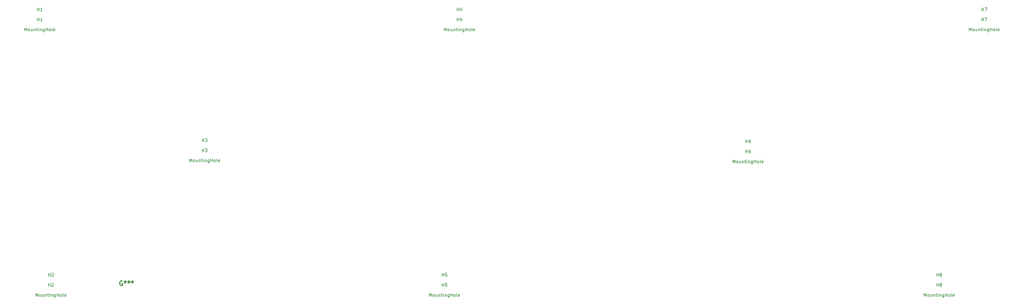
<source format=gbr>
%TF.GenerationSoftware,KiCad,Pcbnew,7.0.11*%
%TF.CreationDate,2024-04-25T10:03:52+05:30*%
%TF.ProjectId,Lexicon 69,4c657869-636f-46e2-9036-392e6b696361,rev?*%
%TF.SameCoordinates,Original*%
%TF.FileFunction,AssemblyDrawing,Top*%
%FSLAX46Y46*%
G04 Gerber Fmt 4.6, Leading zero omitted, Abs format (unit mm)*
G04 Created by KiCad (PCBNEW 7.0.11) date 2024-04-25 10:03:52*
%MOMM*%
%LPD*%
G01*
G04 APERTURE LIST*
%ADD10C,0.150000*%
%ADD11C,0.300000*%
G04 APERTURE END LIST*
D10*
X194500595Y-157989194D02*
X194500595Y-156989194D01*
X194500595Y-157465384D02*
X195072023Y-157465384D01*
X195072023Y-157989194D02*
X195072023Y-156989194D01*
X196024404Y-156989194D02*
X195548214Y-156989194D01*
X195548214Y-156989194D02*
X195500595Y-157465384D01*
X195500595Y-157465384D02*
X195548214Y-157417765D01*
X195548214Y-157417765D02*
X195643452Y-157370146D01*
X195643452Y-157370146D02*
X195881547Y-157370146D01*
X195881547Y-157370146D02*
X195976785Y-157417765D01*
X195976785Y-157417765D02*
X196024404Y-157465384D01*
X196024404Y-157465384D02*
X196072023Y-157560622D01*
X196072023Y-157560622D02*
X196072023Y-157798717D01*
X196072023Y-157798717D02*
X196024404Y-157893955D01*
X196024404Y-157893955D02*
X195976785Y-157941575D01*
X195976785Y-157941575D02*
X195881547Y-157989194D01*
X195881547Y-157989194D02*
X195643452Y-157989194D01*
X195643452Y-157989194D02*
X195548214Y-157941575D01*
X195548214Y-157941575D02*
X195500595Y-157893955D01*
X190476785Y-164389194D02*
X190476785Y-163389194D01*
X190476785Y-163389194D02*
X190810118Y-164103479D01*
X190810118Y-164103479D02*
X191143451Y-163389194D01*
X191143451Y-163389194D02*
X191143451Y-164389194D01*
X191762499Y-164389194D02*
X191667261Y-164341575D01*
X191667261Y-164341575D02*
X191619642Y-164293955D01*
X191619642Y-164293955D02*
X191572023Y-164198717D01*
X191572023Y-164198717D02*
X191572023Y-163913003D01*
X191572023Y-163913003D02*
X191619642Y-163817765D01*
X191619642Y-163817765D02*
X191667261Y-163770146D01*
X191667261Y-163770146D02*
X191762499Y-163722527D01*
X191762499Y-163722527D02*
X191905356Y-163722527D01*
X191905356Y-163722527D02*
X192000594Y-163770146D01*
X192000594Y-163770146D02*
X192048213Y-163817765D01*
X192048213Y-163817765D02*
X192095832Y-163913003D01*
X192095832Y-163913003D02*
X192095832Y-164198717D01*
X192095832Y-164198717D02*
X192048213Y-164293955D01*
X192048213Y-164293955D02*
X192000594Y-164341575D01*
X192000594Y-164341575D02*
X191905356Y-164389194D01*
X191905356Y-164389194D02*
X191762499Y-164389194D01*
X192952975Y-163722527D02*
X192952975Y-164389194D01*
X192524404Y-163722527D02*
X192524404Y-164246336D01*
X192524404Y-164246336D02*
X192572023Y-164341575D01*
X192572023Y-164341575D02*
X192667261Y-164389194D01*
X192667261Y-164389194D02*
X192810118Y-164389194D01*
X192810118Y-164389194D02*
X192905356Y-164341575D01*
X192905356Y-164341575D02*
X192952975Y-164293955D01*
X193429166Y-163722527D02*
X193429166Y-164389194D01*
X193429166Y-163817765D02*
X193476785Y-163770146D01*
X193476785Y-163770146D02*
X193572023Y-163722527D01*
X193572023Y-163722527D02*
X193714880Y-163722527D01*
X193714880Y-163722527D02*
X193810118Y-163770146D01*
X193810118Y-163770146D02*
X193857737Y-163865384D01*
X193857737Y-163865384D02*
X193857737Y-164389194D01*
X194191071Y-163722527D02*
X194572023Y-163722527D01*
X194333928Y-163389194D02*
X194333928Y-164246336D01*
X194333928Y-164246336D02*
X194381547Y-164341575D01*
X194381547Y-164341575D02*
X194476785Y-164389194D01*
X194476785Y-164389194D02*
X194572023Y-164389194D01*
X194905357Y-164389194D02*
X194905357Y-163722527D01*
X194905357Y-163389194D02*
X194857738Y-163436813D01*
X194857738Y-163436813D02*
X194905357Y-163484432D01*
X194905357Y-163484432D02*
X194952976Y-163436813D01*
X194952976Y-163436813D02*
X194905357Y-163389194D01*
X194905357Y-163389194D02*
X194905357Y-163484432D01*
X195381547Y-163722527D02*
X195381547Y-164389194D01*
X195381547Y-163817765D02*
X195429166Y-163770146D01*
X195429166Y-163770146D02*
X195524404Y-163722527D01*
X195524404Y-163722527D02*
X195667261Y-163722527D01*
X195667261Y-163722527D02*
X195762499Y-163770146D01*
X195762499Y-163770146D02*
X195810118Y-163865384D01*
X195810118Y-163865384D02*
X195810118Y-164389194D01*
X196714880Y-163722527D02*
X196714880Y-164532051D01*
X196714880Y-164532051D02*
X196667261Y-164627289D01*
X196667261Y-164627289D02*
X196619642Y-164674908D01*
X196619642Y-164674908D02*
X196524404Y-164722527D01*
X196524404Y-164722527D02*
X196381547Y-164722527D01*
X196381547Y-164722527D02*
X196286309Y-164674908D01*
X196714880Y-164341575D02*
X196619642Y-164389194D01*
X196619642Y-164389194D02*
X196429166Y-164389194D01*
X196429166Y-164389194D02*
X196333928Y-164341575D01*
X196333928Y-164341575D02*
X196286309Y-164293955D01*
X196286309Y-164293955D02*
X196238690Y-164198717D01*
X196238690Y-164198717D02*
X196238690Y-163913003D01*
X196238690Y-163913003D02*
X196286309Y-163817765D01*
X196286309Y-163817765D02*
X196333928Y-163770146D01*
X196333928Y-163770146D02*
X196429166Y-163722527D01*
X196429166Y-163722527D02*
X196619642Y-163722527D01*
X196619642Y-163722527D02*
X196714880Y-163770146D01*
X197191071Y-164389194D02*
X197191071Y-163389194D01*
X197191071Y-163865384D02*
X197762499Y-163865384D01*
X197762499Y-164389194D02*
X197762499Y-163389194D01*
X198381547Y-164389194D02*
X198286309Y-164341575D01*
X198286309Y-164341575D02*
X198238690Y-164293955D01*
X198238690Y-164293955D02*
X198191071Y-164198717D01*
X198191071Y-164198717D02*
X198191071Y-163913003D01*
X198191071Y-163913003D02*
X198238690Y-163817765D01*
X198238690Y-163817765D02*
X198286309Y-163770146D01*
X198286309Y-163770146D02*
X198381547Y-163722527D01*
X198381547Y-163722527D02*
X198524404Y-163722527D01*
X198524404Y-163722527D02*
X198619642Y-163770146D01*
X198619642Y-163770146D02*
X198667261Y-163817765D01*
X198667261Y-163817765D02*
X198714880Y-163913003D01*
X198714880Y-163913003D02*
X198714880Y-164198717D01*
X198714880Y-164198717D02*
X198667261Y-164293955D01*
X198667261Y-164293955D02*
X198619642Y-164341575D01*
X198619642Y-164341575D02*
X198524404Y-164389194D01*
X198524404Y-164389194D02*
X198381547Y-164389194D01*
X199286309Y-164389194D02*
X199191071Y-164341575D01*
X199191071Y-164341575D02*
X199143452Y-164246336D01*
X199143452Y-164246336D02*
X199143452Y-163389194D01*
X200048214Y-164341575D02*
X199952976Y-164389194D01*
X199952976Y-164389194D02*
X199762500Y-164389194D01*
X199762500Y-164389194D02*
X199667262Y-164341575D01*
X199667262Y-164341575D02*
X199619643Y-164246336D01*
X199619643Y-164246336D02*
X199619643Y-163865384D01*
X199619643Y-163865384D02*
X199667262Y-163770146D01*
X199667262Y-163770146D02*
X199762500Y-163722527D01*
X199762500Y-163722527D02*
X199952976Y-163722527D01*
X199952976Y-163722527D02*
X200048214Y-163770146D01*
X200048214Y-163770146D02*
X200095833Y-163865384D01*
X200095833Y-163865384D02*
X200095833Y-163960622D01*
X200095833Y-163960622D02*
X199619643Y-164055860D01*
X194500595Y-161189194D02*
X194500595Y-160189194D01*
X194500595Y-160665384D02*
X195072023Y-160665384D01*
X195072023Y-161189194D02*
X195072023Y-160189194D01*
X196024404Y-160189194D02*
X195548214Y-160189194D01*
X195548214Y-160189194D02*
X195500595Y-160665384D01*
X195500595Y-160665384D02*
X195548214Y-160617765D01*
X195548214Y-160617765D02*
X195643452Y-160570146D01*
X195643452Y-160570146D02*
X195881547Y-160570146D01*
X195881547Y-160570146D02*
X195976785Y-160617765D01*
X195976785Y-160617765D02*
X196024404Y-160665384D01*
X196024404Y-160665384D02*
X196072023Y-160760622D01*
X196072023Y-160760622D02*
X196072023Y-160998717D01*
X196072023Y-160998717D02*
X196024404Y-161093955D01*
X196024404Y-161093955D02*
X195976785Y-161141575D01*
X195976785Y-161141575D02*
X195881547Y-161189194D01*
X195881547Y-161189194D02*
X195643452Y-161189194D01*
X195643452Y-161189194D02*
X195548214Y-161141575D01*
X195548214Y-161141575D02*
X195500595Y-161093955D01*
X365950595Y-73454819D02*
X365950595Y-72454819D01*
X365950595Y-72931009D02*
X366522023Y-72931009D01*
X366522023Y-73454819D02*
X366522023Y-72454819D01*
X366902976Y-72454819D02*
X367569642Y-72454819D01*
X367569642Y-72454819D02*
X367141071Y-73454819D01*
X361926785Y-79854819D02*
X361926785Y-78854819D01*
X361926785Y-78854819D02*
X362260118Y-79569104D01*
X362260118Y-79569104D02*
X362593451Y-78854819D01*
X362593451Y-78854819D02*
X362593451Y-79854819D01*
X363212499Y-79854819D02*
X363117261Y-79807200D01*
X363117261Y-79807200D02*
X363069642Y-79759580D01*
X363069642Y-79759580D02*
X363022023Y-79664342D01*
X363022023Y-79664342D02*
X363022023Y-79378628D01*
X363022023Y-79378628D02*
X363069642Y-79283390D01*
X363069642Y-79283390D02*
X363117261Y-79235771D01*
X363117261Y-79235771D02*
X363212499Y-79188152D01*
X363212499Y-79188152D02*
X363355356Y-79188152D01*
X363355356Y-79188152D02*
X363450594Y-79235771D01*
X363450594Y-79235771D02*
X363498213Y-79283390D01*
X363498213Y-79283390D02*
X363545832Y-79378628D01*
X363545832Y-79378628D02*
X363545832Y-79664342D01*
X363545832Y-79664342D02*
X363498213Y-79759580D01*
X363498213Y-79759580D02*
X363450594Y-79807200D01*
X363450594Y-79807200D02*
X363355356Y-79854819D01*
X363355356Y-79854819D02*
X363212499Y-79854819D01*
X364402975Y-79188152D02*
X364402975Y-79854819D01*
X363974404Y-79188152D02*
X363974404Y-79711961D01*
X363974404Y-79711961D02*
X364022023Y-79807200D01*
X364022023Y-79807200D02*
X364117261Y-79854819D01*
X364117261Y-79854819D02*
X364260118Y-79854819D01*
X364260118Y-79854819D02*
X364355356Y-79807200D01*
X364355356Y-79807200D02*
X364402975Y-79759580D01*
X364879166Y-79188152D02*
X364879166Y-79854819D01*
X364879166Y-79283390D02*
X364926785Y-79235771D01*
X364926785Y-79235771D02*
X365022023Y-79188152D01*
X365022023Y-79188152D02*
X365164880Y-79188152D01*
X365164880Y-79188152D02*
X365260118Y-79235771D01*
X365260118Y-79235771D02*
X365307737Y-79331009D01*
X365307737Y-79331009D02*
X365307737Y-79854819D01*
X365641071Y-79188152D02*
X366022023Y-79188152D01*
X365783928Y-78854819D02*
X365783928Y-79711961D01*
X365783928Y-79711961D02*
X365831547Y-79807200D01*
X365831547Y-79807200D02*
X365926785Y-79854819D01*
X365926785Y-79854819D02*
X366022023Y-79854819D01*
X366355357Y-79854819D02*
X366355357Y-79188152D01*
X366355357Y-78854819D02*
X366307738Y-78902438D01*
X366307738Y-78902438D02*
X366355357Y-78950057D01*
X366355357Y-78950057D02*
X366402976Y-78902438D01*
X366402976Y-78902438D02*
X366355357Y-78854819D01*
X366355357Y-78854819D02*
X366355357Y-78950057D01*
X366831547Y-79188152D02*
X366831547Y-79854819D01*
X366831547Y-79283390D02*
X366879166Y-79235771D01*
X366879166Y-79235771D02*
X366974404Y-79188152D01*
X366974404Y-79188152D02*
X367117261Y-79188152D01*
X367117261Y-79188152D02*
X367212499Y-79235771D01*
X367212499Y-79235771D02*
X367260118Y-79331009D01*
X367260118Y-79331009D02*
X367260118Y-79854819D01*
X368164880Y-79188152D02*
X368164880Y-79997676D01*
X368164880Y-79997676D02*
X368117261Y-80092914D01*
X368117261Y-80092914D02*
X368069642Y-80140533D01*
X368069642Y-80140533D02*
X367974404Y-80188152D01*
X367974404Y-80188152D02*
X367831547Y-80188152D01*
X367831547Y-80188152D02*
X367736309Y-80140533D01*
X368164880Y-79807200D02*
X368069642Y-79854819D01*
X368069642Y-79854819D02*
X367879166Y-79854819D01*
X367879166Y-79854819D02*
X367783928Y-79807200D01*
X367783928Y-79807200D02*
X367736309Y-79759580D01*
X367736309Y-79759580D02*
X367688690Y-79664342D01*
X367688690Y-79664342D02*
X367688690Y-79378628D01*
X367688690Y-79378628D02*
X367736309Y-79283390D01*
X367736309Y-79283390D02*
X367783928Y-79235771D01*
X367783928Y-79235771D02*
X367879166Y-79188152D01*
X367879166Y-79188152D02*
X368069642Y-79188152D01*
X368069642Y-79188152D02*
X368164880Y-79235771D01*
X368641071Y-79854819D02*
X368641071Y-78854819D01*
X368641071Y-79331009D02*
X369212499Y-79331009D01*
X369212499Y-79854819D02*
X369212499Y-78854819D01*
X369831547Y-79854819D02*
X369736309Y-79807200D01*
X369736309Y-79807200D02*
X369688690Y-79759580D01*
X369688690Y-79759580D02*
X369641071Y-79664342D01*
X369641071Y-79664342D02*
X369641071Y-79378628D01*
X369641071Y-79378628D02*
X369688690Y-79283390D01*
X369688690Y-79283390D02*
X369736309Y-79235771D01*
X369736309Y-79235771D02*
X369831547Y-79188152D01*
X369831547Y-79188152D02*
X369974404Y-79188152D01*
X369974404Y-79188152D02*
X370069642Y-79235771D01*
X370069642Y-79235771D02*
X370117261Y-79283390D01*
X370117261Y-79283390D02*
X370164880Y-79378628D01*
X370164880Y-79378628D02*
X370164880Y-79664342D01*
X370164880Y-79664342D02*
X370117261Y-79759580D01*
X370117261Y-79759580D02*
X370069642Y-79807200D01*
X370069642Y-79807200D02*
X369974404Y-79854819D01*
X369974404Y-79854819D02*
X369831547Y-79854819D01*
X370736309Y-79854819D02*
X370641071Y-79807200D01*
X370641071Y-79807200D02*
X370593452Y-79711961D01*
X370593452Y-79711961D02*
X370593452Y-78854819D01*
X371498214Y-79807200D02*
X371402976Y-79854819D01*
X371402976Y-79854819D02*
X371212500Y-79854819D01*
X371212500Y-79854819D02*
X371117262Y-79807200D01*
X371117262Y-79807200D02*
X371069643Y-79711961D01*
X371069643Y-79711961D02*
X371069643Y-79331009D01*
X371069643Y-79331009D02*
X371117262Y-79235771D01*
X371117262Y-79235771D02*
X371212500Y-79188152D01*
X371212500Y-79188152D02*
X371402976Y-79188152D01*
X371402976Y-79188152D02*
X371498214Y-79235771D01*
X371498214Y-79235771D02*
X371545833Y-79331009D01*
X371545833Y-79331009D02*
X371545833Y-79426247D01*
X371545833Y-79426247D02*
X371069643Y-79521485D01*
X365950595Y-76654819D02*
X365950595Y-75654819D01*
X365950595Y-76131009D02*
X366522023Y-76131009D01*
X366522023Y-76654819D02*
X366522023Y-75654819D01*
X366902976Y-75654819D02*
X367569642Y-75654819D01*
X367569642Y-75654819D02*
X367141071Y-76654819D01*
X199263095Y-73454819D02*
X199263095Y-72454819D01*
X199263095Y-72931009D02*
X199834523Y-72931009D01*
X199834523Y-73454819D02*
X199834523Y-72454819D01*
X200739285Y-72788152D02*
X200739285Y-73454819D01*
X200501190Y-72407200D02*
X200263095Y-73121485D01*
X200263095Y-73121485D02*
X200882142Y-73121485D01*
X195239285Y-79854819D02*
X195239285Y-78854819D01*
X195239285Y-78854819D02*
X195572618Y-79569104D01*
X195572618Y-79569104D02*
X195905951Y-78854819D01*
X195905951Y-78854819D02*
X195905951Y-79854819D01*
X196524999Y-79854819D02*
X196429761Y-79807200D01*
X196429761Y-79807200D02*
X196382142Y-79759580D01*
X196382142Y-79759580D02*
X196334523Y-79664342D01*
X196334523Y-79664342D02*
X196334523Y-79378628D01*
X196334523Y-79378628D02*
X196382142Y-79283390D01*
X196382142Y-79283390D02*
X196429761Y-79235771D01*
X196429761Y-79235771D02*
X196524999Y-79188152D01*
X196524999Y-79188152D02*
X196667856Y-79188152D01*
X196667856Y-79188152D02*
X196763094Y-79235771D01*
X196763094Y-79235771D02*
X196810713Y-79283390D01*
X196810713Y-79283390D02*
X196858332Y-79378628D01*
X196858332Y-79378628D02*
X196858332Y-79664342D01*
X196858332Y-79664342D02*
X196810713Y-79759580D01*
X196810713Y-79759580D02*
X196763094Y-79807200D01*
X196763094Y-79807200D02*
X196667856Y-79854819D01*
X196667856Y-79854819D02*
X196524999Y-79854819D01*
X197715475Y-79188152D02*
X197715475Y-79854819D01*
X197286904Y-79188152D02*
X197286904Y-79711961D01*
X197286904Y-79711961D02*
X197334523Y-79807200D01*
X197334523Y-79807200D02*
X197429761Y-79854819D01*
X197429761Y-79854819D02*
X197572618Y-79854819D01*
X197572618Y-79854819D02*
X197667856Y-79807200D01*
X197667856Y-79807200D02*
X197715475Y-79759580D01*
X198191666Y-79188152D02*
X198191666Y-79854819D01*
X198191666Y-79283390D02*
X198239285Y-79235771D01*
X198239285Y-79235771D02*
X198334523Y-79188152D01*
X198334523Y-79188152D02*
X198477380Y-79188152D01*
X198477380Y-79188152D02*
X198572618Y-79235771D01*
X198572618Y-79235771D02*
X198620237Y-79331009D01*
X198620237Y-79331009D02*
X198620237Y-79854819D01*
X198953571Y-79188152D02*
X199334523Y-79188152D01*
X199096428Y-78854819D02*
X199096428Y-79711961D01*
X199096428Y-79711961D02*
X199144047Y-79807200D01*
X199144047Y-79807200D02*
X199239285Y-79854819D01*
X199239285Y-79854819D02*
X199334523Y-79854819D01*
X199667857Y-79854819D02*
X199667857Y-79188152D01*
X199667857Y-78854819D02*
X199620238Y-78902438D01*
X199620238Y-78902438D02*
X199667857Y-78950057D01*
X199667857Y-78950057D02*
X199715476Y-78902438D01*
X199715476Y-78902438D02*
X199667857Y-78854819D01*
X199667857Y-78854819D02*
X199667857Y-78950057D01*
X200144047Y-79188152D02*
X200144047Y-79854819D01*
X200144047Y-79283390D02*
X200191666Y-79235771D01*
X200191666Y-79235771D02*
X200286904Y-79188152D01*
X200286904Y-79188152D02*
X200429761Y-79188152D01*
X200429761Y-79188152D02*
X200524999Y-79235771D01*
X200524999Y-79235771D02*
X200572618Y-79331009D01*
X200572618Y-79331009D02*
X200572618Y-79854819D01*
X201477380Y-79188152D02*
X201477380Y-79997676D01*
X201477380Y-79997676D02*
X201429761Y-80092914D01*
X201429761Y-80092914D02*
X201382142Y-80140533D01*
X201382142Y-80140533D02*
X201286904Y-80188152D01*
X201286904Y-80188152D02*
X201144047Y-80188152D01*
X201144047Y-80188152D02*
X201048809Y-80140533D01*
X201477380Y-79807200D02*
X201382142Y-79854819D01*
X201382142Y-79854819D02*
X201191666Y-79854819D01*
X201191666Y-79854819D02*
X201096428Y-79807200D01*
X201096428Y-79807200D02*
X201048809Y-79759580D01*
X201048809Y-79759580D02*
X201001190Y-79664342D01*
X201001190Y-79664342D02*
X201001190Y-79378628D01*
X201001190Y-79378628D02*
X201048809Y-79283390D01*
X201048809Y-79283390D02*
X201096428Y-79235771D01*
X201096428Y-79235771D02*
X201191666Y-79188152D01*
X201191666Y-79188152D02*
X201382142Y-79188152D01*
X201382142Y-79188152D02*
X201477380Y-79235771D01*
X201953571Y-79854819D02*
X201953571Y-78854819D01*
X201953571Y-79331009D02*
X202524999Y-79331009D01*
X202524999Y-79854819D02*
X202524999Y-78854819D01*
X203144047Y-79854819D02*
X203048809Y-79807200D01*
X203048809Y-79807200D02*
X203001190Y-79759580D01*
X203001190Y-79759580D02*
X202953571Y-79664342D01*
X202953571Y-79664342D02*
X202953571Y-79378628D01*
X202953571Y-79378628D02*
X203001190Y-79283390D01*
X203001190Y-79283390D02*
X203048809Y-79235771D01*
X203048809Y-79235771D02*
X203144047Y-79188152D01*
X203144047Y-79188152D02*
X203286904Y-79188152D01*
X203286904Y-79188152D02*
X203382142Y-79235771D01*
X203382142Y-79235771D02*
X203429761Y-79283390D01*
X203429761Y-79283390D02*
X203477380Y-79378628D01*
X203477380Y-79378628D02*
X203477380Y-79664342D01*
X203477380Y-79664342D02*
X203429761Y-79759580D01*
X203429761Y-79759580D02*
X203382142Y-79807200D01*
X203382142Y-79807200D02*
X203286904Y-79854819D01*
X203286904Y-79854819D02*
X203144047Y-79854819D01*
X204048809Y-79854819D02*
X203953571Y-79807200D01*
X203953571Y-79807200D02*
X203905952Y-79711961D01*
X203905952Y-79711961D02*
X203905952Y-78854819D01*
X204810714Y-79807200D02*
X204715476Y-79854819D01*
X204715476Y-79854819D02*
X204525000Y-79854819D01*
X204525000Y-79854819D02*
X204429762Y-79807200D01*
X204429762Y-79807200D02*
X204382143Y-79711961D01*
X204382143Y-79711961D02*
X204382143Y-79331009D01*
X204382143Y-79331009D02*
X204429762Y-79235771D01*
X204429762Y-79235771D02*
X204525000Y-79188152D01*
X204525000Y-79188152D02*
X204715476Y-79188152D01*
X204715476Y-79188152D02*
X204810714Y-79235771D01*
X204810714Y-79235771D02*
X204858333Y-79331009D01*
X204858333Y-79331009D02*
X204858333Y-79426247D01*
X204858333Y-79426247D02*
X204382143Y-79521485D01*
X199263095Y-76654819D02*
X199263095Y-75654819D01*
X199263095Y-76131009D02*
X199834523Y-76131009D01*
X199834523Y-76654819D02*
X199834523Y-75654819D01*
X200739285Y-75988152D02*
X200739285Y-76654819D01*
X200501190Y-75607200D02*
X200263095Y-76321485D01*
X200263095Y-76321485D02*
X200882142Y-76321485D01*
X65913095Y-73454819D02*
X65913095Y-72454819D01*
X65913095Y-72931009D02*
X66484523Y-72931009D01*
X66484523Y-73454819D02*
X66484523Y-72454819D01*
X67484523Y-73454819D02*
X66913095Y-73454819D01*
X67198809Y-73454819D02*
X67198809Y-72454819D01*
X67198809Y-72454819D02*
X67103571Y-72597676D01*
X67103571Y-72597676D02*
X67008333Y-72692914D01*
X67008333Y-72692914D02*
X66913095Y-72740533D01*
X61889285Y-79854819D02*
X61889285Y-78854819D01*
X61889285Y-78854819D02*
X62222618Y-79569104D01*
X62222618Y-79569104D02*
X62555951Y-78854819D01*
X62555951Y-78854819D02*
X62555951Y-79854819D01*
X63174999Y-79854819D02*
X63079761Y-79807200D01*
X63079761Y-79807200D02*
X63032142Y-79759580D01*
X63032142Y-79759580D02*
X62984523Y-79664342D01*
X62984523Y-79664342D02*
X62984523Y-79378628D01*
X62984523Y-79378628D02*
X63032142Y-79283390D01*
X63032142Y-79283390D02*
X63079761Y-79235771D01*
X63079761Y-79235771D02*
X63174999Y-79188152D01*
X63174999Y-79188152D02*
X63317856Y-79188152D01*
X63317856Y-79188152D02*
X63413094Y-79235771D01*
X63413094Y-79235771D02*
X63460713Y-79283390D01*
X63460713Y-79283390D02*
X63508332Y-79378628D01*
X63508332Y-79378628D02*
X63508332Y-79664342D01*
X63508332Y-79664342D02*
X63460713Y-79759580D01*
X63460713Y-79759580D02*
X63413094Y-79807200D01*
X63413094Y-79807200D02*
X63317856Y-79854819D01*
X63317856Y-79854819D02*
X63174999Y-79854819D01*
X64365475Y-79188152D02*
X64365475Y-79854819D01*
X63936904Y-79188152D02*
X63936904Y-79711961D01*
X63936904Y-79711961D02*
X63984523Y-79807200D01*
X63984523Y-79807200D02*
X64079761Y-79854819D01*
X64079761Y-79854819D02*
X64222618Y-79854819D01*
X64222618Y-79854819D02*
X64317856Y-79807200D01*
X64317856Y-79807200D02*
X64365475Y-79759580D01*
X64841666Y-79188152D02*
X64841666Y-79854819D01*
X64841666Y-79283390D02*
X64889285Y-79235771D01*
X64889285Y-79235771D02*
X64984523Y-79188152D01*
X64984523Y-79188152D02*
X65127380Y-79188152D01*
X65127380Y-79188152D02*
X65222618Y-79235771D01*
X65222618Y-79235771D02*
X65270237Y-79331009D01*
X65270237Y-79331009D02*
X65270237Y-79854819D01*
X65603571Y-79188152D02*
X65984523Y-79188152D01*
X65746428Y-78854819D02*
X65746428Y-79711961D01*
X65746428Y-79711961D02*
X65794047Y-79807200D01*
X65794047Y-79807200D02*
X65889285Y-79854819D01*
X65889285Y-79854819D02*
X65984523Y-79854819D01*
X66317857Y-79854819D02*
X66317857Y-79188152D01*
X66317857Y-78854819D02*
X66270238Y-78902438D01*
X66270238Y-78902438D02*
X66317857Y-78950057D01*
X66317857Y-78950057D02*
X66365476Y-78902438D01*
X66365476Y-78902438D02*
X66317857Y-78854819D01*
X66317857Y-78854819D02*
X66317857Y-78950057D01*
X66794047Y-79188152D02*
X66794047Y-79854819D01*
X66794047Y-79283390D02*
X66841666Y-79235771D01*
X66841666Y-79235771D02*
X66936904Y-79188152D01*
X66936904Y-79188152D02*
X67079761Y-79188152D01*
X67079761Y-79188152D02*
X67174999Y-79235771D01*
X67174999Y-79235771D02*
X67222618Y-79331009D01*
X67222618Y-79331009D02*
X67222618Y-79854819D01*
X68127380Y-79188152D02*
X68127380Y-79997676D01*
X68127380Y-79997676D02*
X68079761Y-80092914D01*
X68079761Y-80092914D02*
X68032142Y-80140533D01*
X68032142Y-80140533D02*
X67936904Y-80188152D01*
X67936904Y-80188152D02*
X67794047Y-80188152D01*
X67794047Y-80188152D02*
X67698809Y-80140533D01*
X68127380Y-79807200D02*
X68032142Y-79854819D01*
X68032142Y-79854819D02*
X67841666Y-79854819D01*
X67841666Y-79854819D02*
X67746428Y-79807200D01*
X67746428Y-79807200D02*
X67698809Y-79759580D01*
X67698809Y-79759580D02*
X67651190Y-79664342D01*
X67651190Y-79664342D02*
X67651190Y-79378628D01*
X67651190Y-79378628D02*
X67698809Y-79283390D01*
X67698809Y-79283390D02*
X67746428Y-79235771D01*
X67746428Y-79235771D02*
X67841666Y-79188152D01*
X67841666Y-79188152D02*
X68032142Y-79188152D01*
X68032142Y-79188152D02*
X68127380Y-79235771D01*
X68603571Y-79854819D02*
X68603571Y-78854819D01*
X68603571Y-79331009D02*
X69174999Y-79331009D01*
X69174999Y-79854819D02*
X69174999Y-78854819D01*
X69794047Y-79854819D02*
X69698809Y-79807200D01*
X69698809Y-79807200D02*
X69651190Y-79759580D01*
X69651190Y-79759580D02*
X69603571Y-79664342D01*
X69603571Y-79664342D02*
X69603571Y-79378628D01*
X69603571Y-79378628D02*
X69651190Y-79283390D01*
X69651190Y-79283390D02*
X69698809Y-79235771D01*
X69698809Y-79235771D02*
X69794047Y-79188152D01*
X69794047Y-79188152D02*
X69936904Y-79188152D01*
X69936904Y-79188152D02*
X70032142Y-79235771D01*
X70032142Y-79235771D02*
X70079761Y-79283390D01*
X70079761Y-79283390D02*
X70127380Y-79378628D01*
X70127380Y-79378628D02*
X70127380Y-79664342D01*
X70127380Y-79664342D02*
X70079761Y-79759580D01*
X70079761Y-79759580D02*
X70032142Y-79807200D01*
X70032142Y-79807200D02*
X69936904Y-79854819D01*
X69936904Y-79854819D02*
X69794047Y-79854819D01*
X70698809Y-79854819D02*
X70603571Y-79807200D01*
X70603571Y-79807200D02*
X70555952Y-79711961D01*
X70555952Y-79711961D02*
X70555952Y-78854819D01*
X71460714Y-79807200D02*
X71365476Y-79854819D01*
X71365476Y-79854819D02*
X71175000Y-79854819D01*
X71175000Y-79854819D02*
X71079762Y-79807200D01*
X71079762Y-79807200D02*
X71032143Y-79711961D01*
X71032143Y-79711961D02*
X71032143Y-79331009D01*
X71032143Y-79331009D02*
X71079762Y-79235771D01*
X71079762Y-79235771D02*
X71175000Y-79188152D01*
X71175000Y-79188152D02*
X71365476Y-79188152D01*
X71365476Y-79188152D02*
X71460714Y-79235771D01*
X71460714Y-79235771D02*
X71508333Y-79331009D01*
X71508333Y-79331009D02*
X71508333Y-79426247D01*
X71508333Y-79426247D02*
X71032143Y-79521485D01*
X65913095Y-76654819D02*
X65913095Y-75654819D01*
X65913095Y-76131009D02*
X66484523Y-76131009D01*
X66484523Y-76654819D02*
X66484523Y-75654819D01*
X67484523Y-76654819D02*
X66913095Y-76654819D01*
X67198809Y-76654819D02*
X67198809Y-75654819D01*
X67198809Y-75654819D02*
X67103571Y-75797676D01*
X67103571Y-75797676D02*
X67008333Y-75892914D01*
X67008333Y-75892914D02*
X66913095Y-75940533D01*
X69484970Y-157989194D02*
X69484970Y-156989194D01*
X69484970Y-157465384D02*
X70056398Y-157465384D01*
X70056398Y-157989194D02*
X70056398Y-156989194D01*
X70484970Y-157084432D02*
X70532589Y-157036813D01*
X70532589Y-157036813D02*
X70627827Y-156989194D01*
X70627827Y-156989194D02*
X70865922Y-156989194D01*
X70865922Y-156989194D02*
X70961160Y-157036813D01*
X70961160Y-157036813D02*
X71008779Y-157084432D01*
X71008779Y-157084432D02*
X71056398Y-157179670D01*
X71056398Y-157179670D02*
X71056398Y-157274908D01*
X71056398Y-157274908D02*
X71008779Y-157417765D01*
X71008779Y-157417765D02*
X70437351Y-157989194D01*
X70437351Y-157989194D02*
X71056398Y-157989194D01*
X65461160Y-164389194D02*
X65461160Y-163389194D01*
X65461160Y-163389194D02*
X65794493Y-164103479D01*
X65794493Y-164103479D02*
X66127826Y-163389194D01*
X66127826Y-163389194D02*
X66127826Y-164389194D01*
X66746874Y-164389194D02*
X66651636Y-164341575D01*
X66651636Y-164341575D02*
X66604017Y-164293955D01*
X66604017Y-164293955D02*
X66556398Y-164198717D01*
X66556398Y-164198717D02*
X66556398Y-163913003D01*
X66556398Y-163913003D02*
X66604017Y-163817765D01*
X66604017Y-163817765D02*
X66651636Y-163770146D01*
X66651636Y-163770146D02*
X66746874Y-163722527D01*
X66746874Y-163722527D02*
X66889731Y-163722527D01*
X66889731Y-163722527D02*
X66984969Y-163770146D01*
X66984969Y-163770146D02*
X67032588Y-163817765D01*
X67032588Y-163817765D02*
X67080207Y-163913003D01*
X67080207Y-163913003D02*
X67080207Y-164198717D01*
X67080207Y-164198717D02*
X67032588Y-164293955D01*
X67032588Y-164293955D02*
X66984969Y-164341575D01*
X66984969Y-164341575D02*
X66889731Y-164389194D01*
X66889731Y-164389194D02*
X66746874Y-164389194D01*
X67937350Y-163722527D02*
X67937350Y-164389194D01*
X67508779Y-163722527D02*
X67508779Y-164246336D01*
X67508779Y-164246336D02*
X67556398Y-164341575D01*
X67556398Y-164341575D02*
X67651636Y-164389194D01*
X67651636Y-164389194D02*
X67794493Y-164389194D01*
X67794493Y-164389194D02*
X67889731Y-164341575D01*
X67889731Y-164341575D02*
X67937350Y-164293955D01*
X68413541Y-163722527D02*
X68413541Y-164389194D01*
X68413541Y-163817765D02*
X68461160Y-163770146D01*
X68461160Y-163770146D02*
X68556398Y-163722527D01*
X68556398Y-163722527D02*
X68699255Y-163722527D01*
X68699255Y-163722527D02*
X68794493Y-163770146D01*
X68794493Y-163770146D02*
X68842112Y-163865384D01*
X68842112Y-163865384D02*
X68842112Y-164389194D01*
X69175446Y-163722527D02*
X69556398Y-163722527D01*
X69318303Y-163389194D02*
X69318303Y-164246336D01*
X69318303Y-164246336D02*
X69365922Y-164341575D01*
X69365922Y-164341575D02*
X69461160Y-164389194D01*
X69461160Y-164389194D02*
X69556398Y-164389194D01*
X69889732Y-164389194D02*
X69889732Y-163722527D01*
X69889732Y-163389194D02*
X69842113Y-163436813D01*
X69842113Y-163436813D02*
X69889732Y-163484432D01*
X69889732Y-163484432D02*
X69937351Y-163436813D01*
X69937351Y-163436813D02*
X69889732Y-163389194D01*
X69889732Y-163389194D02*
X69889732Y-163484432D01*
X70365922Y-163722527D02*
X70365922Y-164389194D01*
X70365922Y-163817765D02*
X70413541Y-163770146D01*
X70413541Y-163770146D02*
X70508779Y-163722527D01*
X70508779Y-163722527D02*
X70651636Y-163722527D01*
X70651636Y-163722527D02*
X70746874Y-163770146D01*
X70746874Y-163770146D02*
X70794493Y-163865384D01*
X70794493Y-163865384D02*
X70794493Y-164389194D01*
X71699255Y-163722527D02*
X71699255Y-164532051D01*
X71699255Y-164532051D02*
X71651636Y-164627289D01*
X71651636Y-164627289D02*
X71604017Y-164674908D01*
X71604017Y-164674908D02*
X71508779Y-164722527D01*
X71508779Y-164722527D02*
X71365922Y-164722527D01*
X71365922Y-164722527D02*
X71270684Y-164674908D01*
X71699255Y-164341575D02*
X71604017Y-164389194D01*
X71604017Y-164389194D02*
X71413541Y-164389194D01*
X71413541Y-164389194D02*
X71318303Y-164341575D01*
X71318303Y-164341575D02*
X71270684Y-164293955D01*
X71270684Y-164293955D02*
X71223065Y-164198717D01*
X71223065Y-164198717D02*
X71223065Y-163913003D01*
X71223065Y-163913003D02*
X71270684Y-163817765D01*
X71270684Y-163817765D02*
X71318303Y-163770146D01*
X71318303Y-163770146D02*
X71413541Y-163722527D01*
X71413541Y-163722527D02*
X71604017Y-163722527D01*
X71604017Y-163722527D02*
X71699255Y-163770146D01*
X72175446Y-164389194D02*
X72175446Y-163389194D01*
X72175446Y-163865384D02*
X72746874Y-163865384D01*
X72746874Y-164389194D02*
X72746874Y-163389194D01*
X73365922Y-164389194D02*
X73270684Y-164341575D01*
X73270684Y-164341575D02*
X73223065Y-164293955D01*
X73223065Y-164293955D02*
X73175446Y-164198717D01*
X73175446Y-164198717D02*
X73175446Y-163913003D01*
X73175446Y-163913003D02*
X73223065Y-163817765D01*
X73223065Y-163817765D02*
X73270684Y-163770146D01*
X73270684Y-163770146D02*
X73365922Y-163722527D01*
X73365922Y-163722527D02*
X73508779Y-163722527D01*
X73508779Y-163722527D02*
X73604017Y-163770146D01*
X73604017Y-163770146D02*
X73651636Y-163817765D01*
X73651636Y-163817765D02*
X73699255Y-163913003D01*
X73699255Y-163913003D02*
X73699255Y-164198717D01*
X73699255Y-164198717D02*
X73651636Y-164293955D01*
X73651636Y-164293955D02*
X73604017Y-164341575D01*
X73604017Y-164341575D02*
X73508779Y-164389194D01*
X73508779Y-164389194D02*
X73365922Y-164389194D01*
X74270684Y-164389194D02*
X74175446Y-164341575D01*
X74175446Y-164341575D02*
X74127827Y-164246336D01*
X74127827Y-164246336D02*
X74127827Y-163389194D01*
X75032589Y-164341575D02*
X74937351Y-164389194D01*
X74937351Y-164389194D02*
X74746875Y-164389194D01*
X74746875Y-164389194D02*
X74651637Y-164341575D01*
X74651637Y-164341575D02*
X74604018Y-164246336D01*
X74604018Y-164246336D02*
X74604018Y-163865384D01*
X74604018Y-163865384D02*
X74651637Y-163770146D01*
X74651637Y-163770146D02*
X74746875Y-163722527D01*
X74746875Y-163722527D02*
X74937351Y-163722527D01*
X74937351Y-163722527D02*
X75032589Y-163770146D01*
X75032589Y-163770146D02*
X75080208Y-163865384D01*
X75080208Y-163865384D02*
X75080208Y-163960622D01*
X75080208Y-163960622D02*
X74604018Y-164055860D01*
X69484970Y-161189194D02*
X69484970Y-160189194D01*
X69484970Y-160665384D02*
X70056398Y-160665384D01*
X70056398Y-161189194D02*
X70056398Y-160189194D01*
X70484970Y-160284432D02*
X70532589Y-160236813D01*
X70532589Y-160236813D02*
X70627827Y-160189194D01*
X70627827Y-160189194D02*
X70865922Y-160189194D01*
X70865922Y-160189194D02*
X70961160Y-160236813D01*
X70961160Y-160236813D02*
X71008779Y-160284432D01*
X71008779Y-160284432D02*
X71056398Y-160379670D01*
X71056398Y-160379670D02*
X71056398Y-160474908D01*
X71056398Y-160474908D02*
X71008779Y-160617765D01*
X71008779Y-160617765D02*
X70437351Y-161189194D01*
X70437351Y-161189194D02*
X71056398Y-161189194D01*
X351663095Y-157989194D02*
X351663095Y-156989194D01*
X351663095Y-157465384D02*
X352234523Y-157465384D01*
X352234523Y-157989194D02*
X352234523Y-156989194D01*
X352853571Y-157417765D02*
X352758333Y-157370146D01*
X352758333Y-157370146D02*
X352710714Y-157322527D01*
X352710714Y-157322527D02*
X352663095Y-157227289D01*
X352663095Y-157227289D02*
X352663095Y-157179670D01*
X352663095Y-157179670D02*
X352710714Y-157084432D01*
X352710714Y-157084432D02*
X352758333Y-157036813D01*
X352758333Y-157036813D02*
X352853571Y-156989194D01*
X352853571Y-156989194D02*
X353044047Y-156989194D01*
X353044047Y-156989194D02*
X353139285Y-157036813D01*
X353139285Y-157036813D02*
X353186904Y-157084432D01*
X353186904Y-157084432D02*
X353234523Y-157179670D01*
X353234523Y-157179670D02*
X353234523Y-157227289D01*
X353234523Y-157227289D02*
X353186904Y-157322527D01*
X353186904Y-157322527D02*
X353139285Y-157370146D01*
X353139285Y-157370146D02*
X353044047Y-157417765D01*
X353044047Y-157417765D02*
X352853571Y-157417765D01*
X352853571Y-157417765D02*
X352758333Y-157465384D01*
X352758333Y-157465384D02*
X352710714Y-157513003D01*
X352710714Y-157513003D02*
X352663095Y-157608241D01*
X352663095Y-157608241D02*
X352663095Y-157798717D01*
X352663095Y-157798717D02*
X352710714Y-157893955D01*
X352710714Y-157893955D02*
X352758333Y-157941575D01*
X352758333Y-157941575D02*
X352853571Y-157989194D01*
X352853571Y-157989194D02*
X353044047Y-157989194D01*
X353044047Y-157989194D02*
X353139285Y-157941575D01*
X353139285Y-157941575D02*
X353186904Y-157893955D01*
X353186904Y-157893955D02*
X353234523Y-157798717D01*
X353234523Y-157798717D02*
X353234523Y-157608241D01*
X353234523Y-157608241D02*
X353186904Y-157513003D01*
X353186904Y-157513003D02*
X353139285Y-157465384D01*
X353139285Y-157465384D02*
X353044047Y-157417765D01*
X347639285Y-164389194D02*
X347639285Y-163389194D01*
X347639285Y-163389194D02*
X347972618Y-164103479D01*
X347972618Y-164103479D02*
X348305951Y-163389194D01*
X348305951Y-163389194D02*
X348305951Y-164389194D01*
X348924999Y-164389194D02*
X348829761Y-164341575D01*
X348829761Y-164341575D02*
X348782142Y-164293955D01*
X348782142Y-164293955D02*
X348734523Y-164198717D01*
X348734523Y-164198717D02*
X348734523Y-163913003D01*
X348734523Y-163913003D02*
X348782142Y-163817765D01*
X348782142Y-163817765D02*
X348829761Y-163770146D01*
X348829761Y-163770146D02*
X348924999Y-163722527D01*
X348924999Y-163722527D02*
X349067856Y-163722527D01*
X349067856Y-163722527D02*
X349163094Y-163770146D01*
X349163094Y-163770146D02*
X349210713Y-163817765D01*
X349210713Y-163817765D02*
X349258332Y-163913003D01*
X349258332Y-163913003D02*
X349258332Y-164198717D01*
X349258332Y-164198717D02*
X349210713Y-164293955D01*
X349210713Y-164293955D02*
X349163094Y-164341575D01*
X349163094Y-164341575D02*
X349067856Y-164389194D01*
X349067856Y-164389194D02*
X348924999Y-164389194D01*
X350115475Y-163722527D02*
X350115475Y-164389194D01*
X349686904Y-163722527D02*
X349686904Y-164246336D01*
X349686904Y-164246336D02*
X349734523Y-164341575D01*
X349734523Y-164341575D02*
X349829761Y-164389194D01*
X349829761Y-164389194D02*
X349972618Y-164389194D01*
X349972618Y-164389194D02*
X350067856Y-164341575D01*
X350067856Y-164341575D02*
X350115475Y-164293955D01*
X350591666Y-163722527D02*
X350591666Y-164389194D01*
X350591666Y-163817765D02*
X350639285Y-163770146D01*
X350639285Y-163770146D02*
X350734523Y-163722527D01*
X350734523Y-163722527D02*
X350877380Y-163722527D01*
X350877380Y-163722527D02*
X350972618Y-163770146D01*
X350972618Y-163770146D02*
X351020237Y-163865384D01*
X351020237Y-163865384D02*
X351020237Y-164389194D01*
X351353571Y-163722527D02*
X351734523Y-163722527D01*
X351496428Y-163389194D02*
X351496428Y-164246336D01*
X351496428Y-164246336D02*
X351544047Y-164341575D01*
X351544047Y-164341575D02*
X351639285Y-164389194D01*
X351639285Y-164389194D02*
X351734523Y-164389194D01*
X352067857Y-164389194D02*
X352067857Y-163722527D01*
X352067857Y-163389194D02*
X352020238Y-163436813D01*
X352020238Y-163436813D02*
X352067857Y-163484432D01*
X352067857Y-163484432D02*
X352115476Y-163436813D01*
X352115476Y-163436813D02*
X352067857Y-163389194D01*
X352067857Y-163389194D02*
X352067857Y-163484432D01*
X352544047Y-163722527D02*
X352544047Y-164389194D01*
X352544047Y-163817765D02*
X352591666Y-163770146D01*
X352591666Y-163770146D02*
X352686904Y-163722527D01*
X352686904Y-163722527D02*
X352829761Y-163722527D01*
X352829761Y-163722527D02*
X352924999Y-163770146D01*
X352924999Y-163770146D02*
X352972618Y-163865384D01*
X352972618Y-163865384D02*
X352972618Y-164389194D01*
X353877380Y-163722527D02*
X353877380Y-164532051D01*
X353877380Y-164532051D02*
X353829761Y-164627289D01*
X353829761Y-164627289D02*
X353782142Y-164674908D01*
X353782142Y-164674908D02*
X353686904Y-164722527D01*
X353686904Y-164722527D02*
X353544047Y-164722527D01*
X353544047Y-164722527D02*
X353448809Y-164674908D01*
X353877380Y-164341575D02*
X353782142Y-164389194D01*
X353782142Y-164389194D02*
X353591666Y-164389194D01*
X353591666Y-164389194D02*
X353496428Y-164341575D01*
X353496428Y-164341575D02*
X353448809Y-164293955D01*
X353448809Y-164293955D02*
X353401190Y-164198717D01*
X353401190Y-164198717D02*
X353401190Y-163913003D01*
X353401190Y-163913003D02*
X353448809Y-163817765D01*
X353448809Y-163817765D02*
X353496428Y-163770146D01*
X353496428Y-163770146D02*
X353591666Y-163722527D01*
X353591666Y-163722527D02*
X353782142Y-163722527D01*
X353782142Y-163722527D02*
X353877380Y-163770146D01*
X354353571Y-164389194D02*
X354353571Y-163389194D01*
X354353571Y-163865384D02*
X354924999Y-163865384D01*
X354924999Y-164389194D02*
X354924999Y-163389194D01*
X355544047Y-164389194D02*
X355448809Y-164341575D01*
X355448809Y-164341575D02*
X355401190Y-164293955D01*
X355401190Y-164293955D02*
X355353571Y-164198717D01*
X355353571Y-164198717D02*
X355353571Y-163913003D01*
X355353571Y-163913003D02*
X355401190Y-163817765D01*
X355401190Y-163817765D02*
X355448809Y-163770146D01*
X355448809Y-163770146D02*
X355544047Y-163722527D01*
X355544047Y-163722527D02*
X355686904Y-163722527D01*
X355686904Y-163722527D02*
X355782142Y-163770146D01*
X355782142Y-163770146D02*
X355829761Y-163817765D01*
X355829761Y-163817765D02*
X355877380Y-163913003D01*
X355877380Y-163913003D02*
X355877380Y-164198717D01*
X355877380Y-164198717D02*
X355829761Y-164293955D01*
X355829761Y-164293955D02*
X355782142Y-164341575D01*
X355782142Y-164341575D02*
X355686904Y-164389194D01*
X355686904Y-164389194D02*
X355544047Y-164389194D01*
X356448809Y-164389194D02*
X356353571Y-164341575D01*
X356353571Y-164341575D02*
X356305952Y-164246336D01*
X356305952Y-164246336D02*
X356305952Y-163389194D01*
X357210714Y-164341575D02*
X357115476Y-164389194D01*
X357115476Y-164389194D02*
X356925000Y-164389194D01*
X356925000Y-164389194D02*
X356829762Y-164341575D01*
X356829762Y-164341575D02*
X356782143Y-164246336D01*
X356782143Y-164246336D02*
X356782143Y-163865384D01*
X356782143Y-163865384D02*
X356829762Y-163770146D01*
X356829762Y-163770146D02*
X356925000Y-163722527D01*
X356925000Y-163722527D02*
X357115476Y-163722527D01*
X357115476Y-163722527D02*
X357210714Y-163770146D01*
X357210714Y-163770146D02*
X357258333Y-163865384D01*
X357258333Y-163865384D02*
X357258333Y-163960622D01*
X357258333Y-163960622D02*
X356782143Y-164055860D01*
X351663095Y-161189194D02*
X351663095Y-160189194D01*
X351663095Y-160665384D02*
X352234523Y-160665384D01*
X352234523Y-161189194D02*
X352234523Y-160189194D01*
X352853571Y-160617765D02*
X352758333Y-160570146D01*
X352758333Y-160570146D02*
X352710714Y-160522527D01*
X352710714Y-160522527D02*
X352663095Y-160427289D01*
X352663095Y-160427289D02*
X352663095Y-160379670D01*
X352663095Y-160379670D02*
X352710714Y-160284432D01*
X352710714Y-160284432D02*
X352758333Y-160236813D01*
X352758333Y-160236813D02*
X352853571Y-160189194D01*
X352853571Y-160189194D02*
X353044047Y-160189194D01*
X353044047Y-160189194D02*
X353139285Y-160236813D01*
X353139285Y-160236813D02*
X353186904Y-160284432D01*
X353186904Y-160284432D02*
X353234523Y-160379670D01*
X353234523Y-160379670D02*
X353234523Y-160427289D01*
X353234523Y-160427289D02*
X353186904Y-160522527D01*
X353186904Y-160522527D02*
X353139285Y-160570146D01*
X353139285Y-160570146D02*
X353044047Y-160617765D01*
X353044047Y-160617765D02*
X352853571Y-160617765D01*
X352853571Y-160617765D02*
X352758333Y-160665384D01*
X352758333Y-160665384D02*
X352710714Y-160713003D01*
X352710714Y-160713003D02*
X352663095Y-160808241D01*
X352663095Y-160808241D02*
X352663095Y-160998717D01*
X352663095Y-160998717D02*
X352710714Y-161093955D01*
X352710714Y-161093955D02*
X352758333Y-161141575D01*
X352758333Y-161141575D02*
X352853571Y-161189194D01*
X352853571Y-161189194D02*
X353044047Y-161189194D01*
X353044047Y-161189194D02*
X353139285Y-161141575D01*
X353139285Y-161141575D02*
X353186904Y-161093955D01*
X353186904Y-161093955D02*
X353234523Y-160998717D01*
X353234523Y-160998717D02*
X353234523Y-160808241D01*
X353234523Y-160808241D02*
X353186904Y-160713003D01*
X353186904Y-160713003D02*
X353139285Y-160665384D01*
X353139285Y-160665384D02*
X353044047Y-160617765D01*
X118300595Y-115126694D02*
X118300595Y-114126694D01*
X118300595Y-114602884D02*
X118872023Y-114602884D01*
X118872023Y-115126694D02*
X118872023Y-114126694D01*
X119252976Y-114126694D02*
X119872023Y-114126694D01*
X119872023Y-114126694D02*
X119538690Y-114507646D01*
X119538690Y-114507646D02*
X119681547Y-114507646D01*
X119681547Y-114507646D02*
X119776785Y-114555265D01*
X119776785Y-114555265D02*
X119824404Y-114602884D01*
X119824404Y-114602884D02*
X119872023Y-114698122D01*
X119872023Y-114698122D02*
X119872023Y-114936217D01*
X119872023Y-114936217D02*
X119824404Y-115031455D01*
X119824404Y-115031455D02*
X119776785Y-115079075D01*
X119776785Y-115079075D02*
X119681547Y-115126694D01*
X119681547Y-115126694D02*
X119395833Y-115126694D01*
X119395833Y-115126694D02*
X119300595Y-115079075D01*
X119300595Y-115079075D02*
X119252976Y-115031455D01*
X114276785Y-121526694D02*
X114276785Y-120526694D01*
X114276785Y-120526694D02*
X114610118Y-121240979D01*
X114610118Y-121240979D02*
X114943451Y-120526694D01*
X114943451Y-120526694D02*
X114943451Y-121526694D01*
X115562499Y-121526694D02*
X115467261Y-121479075D01*
X115467261Y-121479075D02*
X115419642Y-121431455D01*
X115419642Y-121431455D02*
X115372023Y-121336217D01*
X115372023Y-121336217D02*
X115372023Y-121050503D01*
X115372023Y-121050503D02*
X115419642Y-120955265D01*
X115419642Y-120955265D02*
X115467261Y-120907646D01*
X115467261Y-120907646D02*
X115562499Y-120860027D01*
X115562499Y-120860027D02*
X115705356Y-120860027D01*
X115705356Y-120860027D02*
X115800594Y-120907646D01*
X115800594Y-120907646D02*
X115848213Y-120955265D01*
X115848213Y-120955265D02*
X115895832Y-121050503D01*
X115895832Y-121050503D02*
X115895832Y-121336217D01*
X115895832Y-121336217D02*
X115848213Y-121431455D01*
X115848213Y-121431455D02*
X115800594Y-121479075D01*
X115800594Y-121479075D02*
X115705356Y-121526694D01*
X115705356Y-121526694D02*
X115562499Y-121526694D01*
X116752975Y-120860027D02*
X116752975Y-121526694D01*
X116324404Y-120860027D02*
X116324404Y-121383836D01*
X116324404Y-121383836D02*
X116372023Y-121479075D01*
X116372023Y-121479075D02*
X116467261Y-121526694D01*
X116467261Y-121526694D02*
X116610118Y-121526694D01*
X116610118Y-121526694D02*
X116705356Y-121479075D01*
X116705356Y-121479075D02*
X116752975Y-121431455D01*
X117229166Y-120860027D02*
X117229166Y-121526694D01*
X117229166Y-120955265D02*
X117276785Y-120907646D01*
X117276785Y-120907646D02*
X117372023Y-120860027D01*
X117372023Y-120860027D02*
X117514880Y-120860027D01*
X117514880Y-120860027D02*
X117610118Y-120907646D01*
X117610118Y-120907646D02*
X117657737Y-121002884D01*
X117657737Y-121002884D02*
X117657737Y-121526694D01*
X117991071Y-120860027D02*
X118372023Y-120860027D01*
X118133928Y-120526694D02*
X118133928Y-121383836D01*
X118133928Y-121383836D02*
X118181547Y-121479075D01*
X118181547Y-121479075D02*
X118276785Y-121526694D01*
X118276785Y-121526694D02*
X118372023Y-121526694D01*
X118705357Y-121526694D02*
X118705357Y-120860027D01*
X118705357Y-120526694D02*
X118657738Y-120574313D01*
X118657738Y-120574313D02*
X118705357Y-120621932D01*
X118705357Y-120621932D02*
X118752976Y-120574313D01*
X118752976Y-120574313D02*
X118705357Y-120526694D01*
X118705357Y-120526694D02*
X118705357Y-120621932D01*
X119181547Y-120860027D02*
X119181547Y-121526694D01*
X119181547Y-120955265D02*
X119229166Y-120907646D01*
X119229166Y-120907646D02*
X119324404Y-120860027D01*
X119324404Y-120860027D02*
X119467261Y-120860027D01*
X119467261Y-120860027D02*
X119562499Y-120907646D01*
X119562499Y-120907646D02*
X119610118Y-121002884D01*
X119610118Y-121002884D02*
X119610118Y-121526694D01*
X120514880Y-120860027D02*
X120514880Y-121669551D01*
X120514880Y-121669551D02*
X120467261Y-121764789D01*
X120467261Y-121764789D02*
X120419642Y-121812408D01*
X120419642Y-121812408D02*
X120324404Y-121860027D01*
X120324404Y-121860027D02*
X120181547Y-121860027D01*
X120181547Y-121860027D02*
X120086309Y-121812408D01*
X120514880Y-121479075D02*
X120419642Y-121526694D01*
X120419642Y-121526694D02*
X120229166Y-121526694D01*
X120229166Y-121526694D02*
X120133928Y-121479075D01*
X120133928Y-121479075D02*
X120086309Y-121431455D01*
X120086309Y-121431455D02*
X120038690Y-121336217D01*
X120038690Y-121336217D02*
X120038690Y-121050503D01*
X120038690Y-121050503D02*
X120086309Y-120955265D01*
X120086309Y-120955265D02*
X120133928Y-120907646D01*
X120133928Y-120907646D02*
X120229166Y-120860027D01*
X120229166Y-120860027D02*
X120419642Y-120860027D01*
X120419642Y-120860027D02*
X120514880Y-120907646D01*
X120991071Y-121526694D02*
X120991071Y-120526694D01*
X120991071Y-121002884D02*
X121562499Y-121002884D01*
X121562499Y-121526694D02*
X121562499Y-120526694D01*
X122181547Y-121526694D02*
X122086309Y-121479075D01*
X122086309Y-121479075D02*
X122038690Y-121431455D01*
X122038690Y-121431455D02*
X121991071Y-121336217D01*
X121991071Y-121336217D02*
X121991071Y-121050503D01*
X121991071Y-121050503D02*
X122038690Y-120955265D01*
X122038690Y-120955265D02*
X122086309Y-120907646D01*
X122086309Y-120907646D02*
X122181547Y-120860027D01*
X122181547Y-120860027D02*
X122324404Y-120860027D01*
X122324404Y-120860027D02*
X122419642Y-120907646D01*
X122419642Y-120907646D02*
X122467261Y-120955265D01*
X122467261Y-120955265D02*
X122514880Y-121050503D01*
X122514880Y-121050503D02*
X122514880Y-121336217D01*
X122514880Y-121336217D02*
X122467261Y-121431455D01*
X122467261Y-121431455D02*
X122419642Y-121479075D01*
X122419642Y-121479075D02*
X122324404Y-121526694D01*
X122324404Y-121526694D02*
X122181547Y-121526694D01*
X123086309Y-121526694D02*
X122991071Y-121479075D01*
X122991071Y-121479075D02*
X122943452Y-121383836D01*
X122943452Y-121383836D02*
X122943452Y-120526694D01*
X123848214Y-121479075D02*
X123752976Y-121526694D01*
X123752976Y-121526694D02*
X123562500Y-121526694D01*
X123562500Y-121526694D02*
X123467262Y-121479075D01*
X123467262Y-121479075D02*
X123419643Y-121383836D01*
X123419643Y-121383836D02*
X123419643Y-121002884D01*
X123419643Y-121002884D02*
X123467262Y-120907646D01*
X123467262Y-120907646D02*
X123562500Y-120860027D01*
X123562500Y-120860027D02*
X123752976Y-120860027D01*
X123752976Y-120860027D02*
X123848214Y-120907646D01*
X123848214Y-120907646D02*
X123895833Y-121002884D01*
X123895833Y-121002884D02*
X123895833Y-121098122D01*
X123895833Y-121098122D02*
X123419643Y-121193360D01*
X118300595Y-118326694D02*
X118300595Y-117326694D01*
X118300595Y-117802884D02*
X118872023Y-117802884D01*
X118872023Y-118326694D02*
X118872023Y-117326694D01*
X119252976Y-117326694D02*
X119872023Y-117326694D01*
X119872023Y-117326694D02*
X119538690Y-117707646D01*
X119538690Y-117707646D02*
X119681547Y-117707646D01*
X119681547Y-117707646D02*
X119776785Y-117755265D01*
X119776785Y-117755265D02*
X119824404Y-117802884D01*
X119824404Y-117802884D02*
X119872023Y-117898122D01*
X119872023Y-117898122D02*
X119872023Y-118136217D01*
X119872023Y-118136217D02*
X119824404Y-118231455D01*
X119824404Y-118231455D02*
X119776785Y-118279075D01*
X119776785Y-118279075D02*
X119681547Y-118326694D01*
X119681547Y-118326694D02*
X119395833Y-118326694D01*
X119395833Y-118326694D02*
X119300595Y-118279075D01*
X119300595Y-118279075D02*
X119252976Y-118231455D01*
D11*
X92928572Y-159499757D02*
X92785715Y-159428328D01*
X92785715Y-159428328D02*
X92571429Y-159428328D01*
X92571429Y-159428328D02*
X92357143Y-159499757D01*
X92357143Y-159499757D02*
X92214286Y-159642614D01*
X92214286Y-159642614D02*
X92142857Y-159785471D01*
X92142857Y-159785471D02*
X92071429Y-160071185D01*
X92071429Y-160071185D02*
X92071429Y-160285471D01*
X92071429Y-160285471D02*
X92142857Y-160571185D01*
X92142857Y-160571185D02*
X92214286Y-160714042D01*
X92214286Y-160714042D02*
X92357143Y-160856900D01*
X92357143Y-160856900D02*
X92571429Y-160928328D01*
X92571429Y-160928328D02*
X92714286Y-160928328D01*
X92714286Y-160928328D02*
X92928572Y-160856900D01*
X92928572Y-160856900D02*
X93000000Y-160785471D01*
X93000000Y-160785471D02*
X93000000Y-160285471D01*
X93000000Y-160285471D02*
X92714286Y-160285471D01*
X93857143Y-159428328D02*
X93857143Y-159785471D01*
X93500000Y-159642614D02*
X93857143Y-159785471D01*
X93857143Y-159785471D02*
X94214286Y-159642614D01*
X93642857Y-160071185D02*
X93857143Y-159785471D01*
X93857143Y-159785471D02*
X94071429Y-160071185D01*
X95000000Y-159428328D02*
X95000000Y-159785471D01*
X94642857Y-159642614D02*
X95000000Y-159785471D01*
X95000000Y-159785471D02*
X95357143Y-159642614D01*
X94785714Y-160071185D02*
X95000000Y-159785471D01*
X95000000Y-159785471D02*
X95214286Y-160071185D01*
X96142857Y-159428328D02*
X96142857Y-159785471D01*
X95785714Y-159642614D02*
X96142857Y-159785471D01*
X96142857Y-159785471D02*
X96500000Y-159642614D01*
X95928571Y-160071185D02*
X96142857Y-159785471D01*
X96142857Y-159785471D02*
X96357143Y-160071185D01*
D10*
X290941220Y-115504819D02*
X290941220Y-114504819D01*
X290941220Y-114981009D02*
X291512648Y-114981009D01*
X291512648Y-115504819D02*
X291512648Y-114504819D01*
X292417410Y-114504819D02*
X292226934Y-114504819D01*
X292226934Y-114504819D02*
X292131696Y-114552438D01*
X292131696Y-114552438D02*
X292084077Y-114600057D01*
X292084077Y-114600057D02*
X291988839Y-114742914D01*
X291988839Y-114742914D02*
X291941220Y-114933390D01*
X291941220Y-114933390D02*
X291941220Y-115314342D01*
X291941220Y-115314342D02*
X291988839Y-115409580D01*
X291988839Y-115409580D02*
X292036458Y-115457200D01*
X292036458Y-115457200D02*
X292131696Y-115504819D01*
X292131696Y-115504819D02*
X292322172Y-115504819D01*
X292322172Y-115504819D02*
X292417410Y-115457200D01*
X292417410Y-115457200D02*
X292465029Y-115409580D01*
X292465029Y-115409580D02*
X292512648Y-115314342D01*
X292512648Y-115314342D02*
X292512648Y-115076247D01*
X292512648Y-115076247D02*
X292465029Y-114981009D01*
X292465029Y-114981009D02*
X292417410Y-114933390D01*
X292417410Y-114933390D02*
X292322172Y-114885771D01*
X292322172Y-114885771D02*
X292131696Y-114885771D01*
X292131696Y-114885771D02*
X292036458Y-114933390D01*
X292036458Y-114933390D02*
X291988839Y-114981009D01*
X291988839Y-114981009D02*
X291941220Y-115076247D01*
X286917410Y-121904819D02*
X286917410Y-120904819D01*
X286917410Y-120904819D02*
X287250743Y-121619104D01*
X287250743Y-121619104D02*
X287584076Y-120904819D01*
X287584076Y-120904819D02*
X287584076Y-121904819D01*
X288203124Y-121904819D02*
X288107886Y-121857200D01*
X288107886Y-121857200D02*
X288060267Y-121809580D01*
X288060267Y-121809580D02*
X288012648Y-121714342D01*
X288012648Y-121714342D02*
X288012648Y-121428628D01*
X288012648Y-121428628D02*
X288060267Y-121333390D01*
X288060267Y-121333390D02*
X288107886Y-121285771D01*
X288107886Y-121285771D02*
X288203124Y-121238152D01*
X288203124Y-121238152D02*
X288345981Y-121238152D01*
X288345981Y-121238152D02*
X288441219Y-121285771D01*
X288441219Y-121285771D02*
X288488838Y-121333390D01*
X288488838Y-121333390D02*
X288536457Y-121428628D01*
X288536457Y-121428628D02*
X288536457Y-121714342D01*
X288536457Y-121714342D02*
X288488838Y-121809580D01*
X288488838Y-121809580D02*
X288441219Y-121857200D01*
X288441219Y-121857200D02*
X288345981Y-121904819D01*
X288345981Y-121904819D02*
X288203124Y-121904819D01*
X289393600Y-121238152D02*
X289393600Y-121904819D01*
X288965029Y-121238152D02*
X288965029Y-121761961D01*
X288965029Y-121761961D02*
X289012648Y-121857200D01*
X289012648Y-121857200D02*
X289107886Y-121904819D01*
X289107886Y-121904819D02*
X289250743Y-121904819D01*
X289250743Y-121904819D02*
X289345981Y-121857200D01*
X289345981Y-121857200D02*
X289393600Y-121809580D01*
X289869791Y-121238152D02*
X289869791Y-121904819D01*
X289869791Y-121333390D02*
X289917410Y-121285771D01*
X289917410Y-121285771D02*
X290012648Y-121238152D01*
X290012648Y-121238152D02*
X290155505Y-121238152D01*
X290155505Y-121238152D02*
X290250743Y-121285771D01*
X290250743Y-121285771D02*
X290298362Y-121381009D01*
X290298362Y-121381009D02*
X290298362Y-121904819D01*
X290631696Y-121238152D02*
X291012648Y-121238152D01*
X290774553Y-120904819D02*
X290774553Y-121761961D01*
X290774553Y-121761961D02*
X290822172Y-121857200D01*
X290822172Y-121857200D02*
X290917410Y-121904819D01*
X290917410Y-121904819D02*
X291012648Y-121904819D01*
X291345982Y-121904819D02*
X291345982Y-121238152D01*
X291345982Y-120904819D02*
X291298363Y-120952438D01*
X291298363Y-120952438D02*
X291345982Y-121000057D01*
X291345982Y-121000057D02*
X291393601Y-120952438D01*
X291393601Y-120952438D02*
X291345982Y-120904819D01*
X291345982Y-120904819D02*
X291345982Y-121000057D01*
X291822172Y-121238152D02*
X291822172Y-121904819D01*
X291822172Y-121333390D02*
X291869791Y-121285771D01*
X291869791Y-121285771D02*
X291965029Y-121238152D01*
X291965029Y-121238152D02*
X292107886Y-121238152D01*
X292107886Y-121238152D02*
X292203124Y-121285771D01*
X292203124Y-121285771D02*
X292250743Y-121381009D01*
X292250743Y-121381009D02*
X292250743Y-121904819D01*
X293155505Y-121238152D02*
X293155505Y-122047676D01*
X293155505Y-122047676D02*
X293107886Y-122142914D01*
X293107886Y-122142914D02*
X293060267Y-122190533D01*
X293060267Y-122190533D02*
X292965029Y-122238152D01*
X292965029Y-122238152D02*
X292822172Y-122238152D01*
X292822172Y-122238152D02*
X292726934Y-122190533D01*
X293155505Y-121857200D02*
X293060267Y-121904819D01*
X293060267Y-121904819D02*
X292869791Y-121904819D01*
X292869791Y-121904819D02*
X292774553Y-121857200D01*
X292774553Y-121857200D02*
X292726934Y-121809580D01*
X292726934Y-121809580D02*
X292679315Y-121714342D01*
X292679315Y-121714342D02*
X292679315Y-121428628D01*
X292679315Y-121428628D02*
X292726934Y-121333390D01*
X292726934Y-121333390D02*
X292774553Y-121285771D01*
X292774553Y-121285771D02*
X292869791Y-121238152D01*
X292869791Y-121238152D02*
X293060267Y-121238152D01*
X293060267Y-121238152D02*
X293155505Y-121285771D01*
X293631696Y-121904819D02*
X293631696Y-120904819D01*
X293631696Y-121381009D02*
X294203124Y-121381009D01*
X294203124Y-121904819D02*
X294203124Y-120904819D01*
X294822172Y-121904819D02*
X294726934Y-121857200D01*
X294726934Y-121857200D02*
X294679315Y-121809580D01*
X294679315Y-121809580D02*
X294631696Y-121714342D01*
X294631696Y-121714342D02*
X294631696Y-121428628D01*
X294631696Y-121428628D02*
X294679315Y-121333390D01*
X294679315Y-121333390D02*
X294726934Y-121285771D01*
X294726934Y-121285771D02*
X294822172Y-121238152D01*
X294822172Y-121238152D02*
X294965029Y-121238152D01*
X294965029Y-121238152D02*
X295060267Y-121285771D01*
X295060267Y-121285771D02*
X295107886Y-121333390D01*
X295107886Y-121333390D02*
X295155505Y-121428628D01*
X295155505Y-121428628D02*
X295155505Y-121714342D01*
X295155505Y-121714342D02*
X295107886Y-121809580D01*
X295107886Y-121809580D02*
X295060267Y-121857200D01*
X295060267Y-121857200D02*
X294965029Y-121904819D01*
X294965029Y-121904819D02*
X294822172Y-121904819D01*
X295726934Y-121904819D02*
X295631696Y-121857200D01*
X295631696Y-121857200D02*
X295584077Y-121761961D01*
X295584077Y-121761961D02*
X295584077Y-120904819D01*
X296488839Y-121857200D02*
X296393601Y-121904819D01*
X296393601Y-121904819D02*
X296203125Y-121904819D01*
X296203125Y-121904819D02*
X296107887Y-121857200D01*
X296107887Y-121857200D02*
X296060268Y-121761961D01*
X296060268Y-121761961D02*
X296060268Y-121381009D01*
X296060268Y-121381009D02*
X296107887Y-121285771D01*
X296107887Y-121285771D02*
X296203125Y-121238152D01*
X296203125Y-121238152D02*
X296393601Y-121238152D01*
X296393601Y-121238152D02*
X296488839Y-121285771D01*
X296488839Y-121285771D02*
X296536458Y-121381009D01*
X296536458Y-121381009D02*
X296536458Y-121476247D01*
X296536458Y-121476247D02*
X296060268Y-121571485D01*
X290941220Y-118704819D02*
X290941220Y-117704819D01*
X290941220Y-118181009D02*
X291512648Y-118181009D01*
X291512648Y-118704819D02*
X291512648Y-117704819D01*
X292417410Y-117704819D02*
X292226934Y-117704819D01*
X292226934Y-117704819D02*
X292131696Y-117752438D01*
X292131696Y-117752438D02*
X292084077Y-117800057D01*
X292084077Y-117800057D02*
X291988839Y-117942914D01*
X291988839Y-117942914D02*
X291941220Y-118133390D01*
X291941220Y-118133390D02*
X291941220Y-118514342D01*
X291941220Y-118514342D02*
X291988839Y-118609580D01*
X291988839Y-118609580D02*
X292036458Y-118657200D01*
X292036458Y-118657200D02*
X292131696Y-118704819D01*
X292131696Y-118704819D02*
X292322172Y-118704819D01*
X292322172Y-118704819D02*
X292417410Y-118657200D01*
X292417410Y-118657200D02*
X292465029Y-118609580D01*
X292465029Y-118609580D02*
X292512648Y-118514342D01*
X292512648Y-118514342D02*
X292512648Y-118276247D01*
X292512648Y-118276247D02*
X292465029Y-118181009D01*
X292465029Y-118181009D02*
X292417410Y-118133390D01*
X292417410Y-118133390D02*
X292322172Y-118085771D01*
X292322172Y-118085771D02*
X292131696Y-118085771D01*
X292131696Y-118085771D02*
X292036458Y-118133390D01*
X292036458Y-118133390D02*
X291988839Y-118181009D01*
X291988839Y-118181009D02*
X291941220Y-118276247D01*
M02*

</source>
